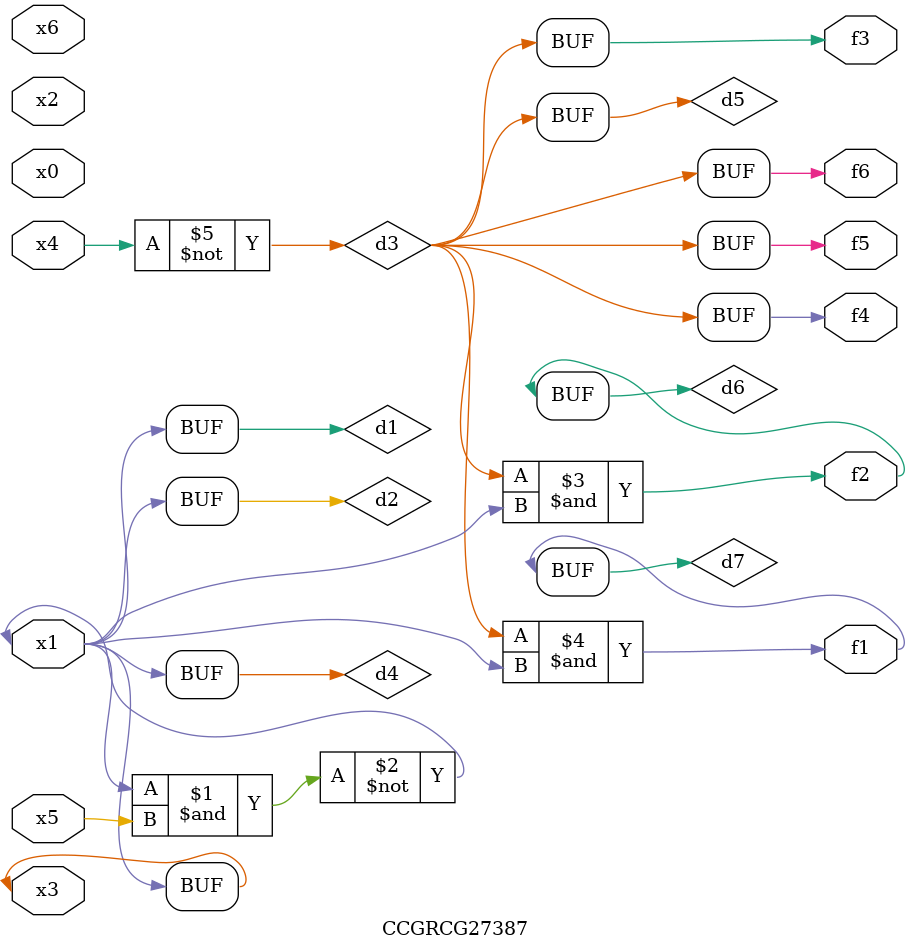
<source format=v>
module CCGRCG27387(
	input x0, x1, x2, x3, x4, x5, x6,
	output f1, f2, f3, f4, f5, f6
);

	wire d1, d2, d3, d4, d5, d6, d7;

	buf (d1, x1, x3);
	nand (d2, x1, x5);
	not (d3, x4);
	buf (d4, d1, d2);
	buf (d5, d3);
	and (d6, d3, d4);
	and (d7, d3, d4);
	assign f1 = d7;
	assign f2 = d6;
	assign f3 = d5;
	assign f4 = d5;
	assign f5 = d5;
	assign f6 = d5;
endmodule

</source>
